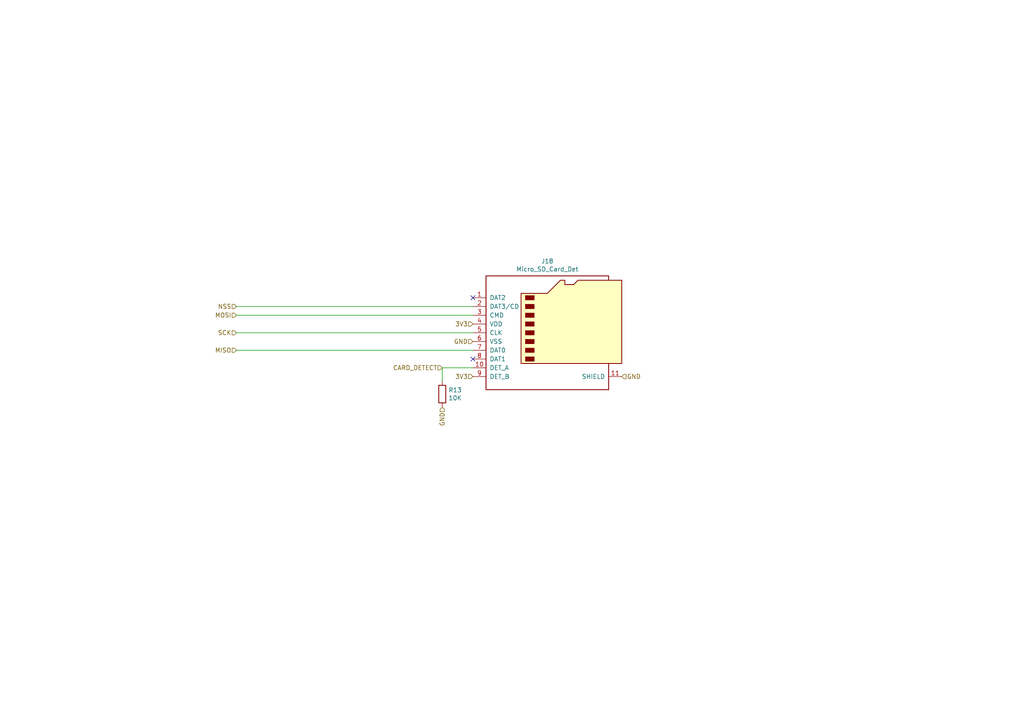
<source format=kicad_sch>
(kicad_sch (version 20230121) (generator eeschema)
  (paper "A4")
  (lib_symbols
    (symbol "Connector:Micro_SD_Card_Det" (pin_names (offset 1.016))
      (property "Reference" "J" (at -16.51 17.78 0))
      (property "Value" "Connector_Micro_SD_Card_Det" (at 16.51 17.78 0))
      (symbol "Micro_SD_Card_Det_0_1"
        (rectangle (start -7.62 -6.985) (end -5.08 -8.255) (fill (type outline)))
        (rectangle (start -7.62 -4.445) (end -5.08 -5.715) (fill (type outline)))
        (rectangle (start -7.62 -1.905) (end -5.08 -3.175) (fill (type outline)))
        (rectangle (start -7.62 0.635) (end -5.08 -0.635) (fill (type outline)))
        (rectangle (start -7.62 3.175) (end -5.08 1.905) (fill (type outline)))
        (rectangle (start -7.62 5.715) (end -5.08 4.445) (fill (type outline)))
        (rectangle (start -7.62 8.255) (end -5.08 6.985) (fill (type outline)))
        (rectangle (start -7.62 10.795) (end -5.08 9.525) (fill (type outline)))
        (polyline (pts (xy 16.51 15.24) (xy 16.51 16.51) (xy -19.05 16.51) (xy -19.05 -16.51) (xy 16.51 -16.51) (xy 16.51 -8.89)) (stroke (width 0.254)))
        (polyline (pts (xy -8.89 -8.89) (xy -8.89 11.43) (xy -1.27 11.43) (xy 2.54 15.24) (xy 3.81 15.24) (xy 3.81 13.97) (xy 6.35 13.97) (xy 7.62 15.24) (xy 20.32 15.24) (xy 20.32 -8.89) (xy -8.89 -8.89)) (stroke (width 0.254)) (fill (type background)))
      )
      (symbol "Micro_SD_Card_Det_1_1"
        (pin bidirectional line (at -22.86 10.16 0) (length 3.81) (name "DAT2") (number "1"))
        (pin passive line (at -22.86 -10.16 0) (length 3.81) (name "DET_A") (number "10"))
        (pin passive line (at 20.32 -12.7 180) (length 3.81) (name "SHIELD") (number "11"))
        (pin bidirectional line (at -22.86 7.62 0) (length 3.81) (name "DAT3/CD") (number "2"))
        (pin input line (at -22.86 5.08 0) (length 3.81) (name "CMD") (number "3"))
        (pin power_in line (at -22.86 2.54 0) (length 3.81) (name "VDD") (number "4"))
        (pin input line (at -22.86 0 0) (length 3.81) (name "CLK") (number "5"))
        (pin power_in line (at -22.86 -2.54 0) (length 3.81) (name "VSS") (number "6"))
        (pin bidirectional line (at -22.86 -5.08 0) (length 3.81) (name "DAT0") (number "7"))
        (pin bidirectional line (at -22.86 -7.62 0) (length 3.81) (name "DAT1") (number "8"))
        (pin passive line (at -22.86 -12.7 0) (length 3.81) (name "DET_B") (number "9"))
      )
    )
    (symbol "Device:R" (pin_numbers hide) (pin_names (offset 0))
      (property "Reference" "R" (at 2.032 0 90))
      (property "Value" "R" (at 0 0 90))
      (symbol "R_0_1"
        (rectangle (start -1.016 -2.54) (end 1.016 2.54) (stroke (width 0.254)))
      )
      (symbol "R_1_1"
        (pin passive line (at 0 3.81 270) (length 1.27) (name "~") (number "1"))
        (pin passive line (at 0 -3.81 90) (length 1.27) (name "~") (number "2"))
      )
    )
  )
  (no_connect (at 137.16 104.14))
  (no_connect (at 137.16 86.36))
  (wire (pts (xy 68.58 91.44) (xy 137.16 91.44)))
  (wire (pts (xy 68.58 96.52) (xy 137.16 96.52)))
  (wire (pts (xy 137.16 106.68) (xy 128.27 106.68)))
  (wire (pts (xy 68.58 88.9) (xy 137.16 88.9)))
  (wire (pts (xy 128.27 106.68) (xy 128.27 110.49)))
  (wire (pts (xy 68.58 101.6) (xy 137.16 101.6)))
  (hierarchical_label "GND" (shape input) (at 180.34 109.22 0))
  (hierarchical_label "MISO" (shape input) (at 68.58 101.6 180))
  (hierarchical_label "MOSI" (shape input) (at 68.58 91.44 180))
  (hierarchical_label "NSS" (shape input) (at 68.58 88.9 180))
  (hierarchical_label "GND" (shape input) (at 128.27 118.11 270))
  (hierarchical_label "SCK" (shape input) (at 68.58 96.52 180))
  (hierarchical_label "CARD_DETECT" (shape input) (at 128.27 106.68 180))
  (hierarchical_label "GND" (shape input) (at 137.16 99.06 180))
  (hierarchical_label "3V3" (shape input) (at 137.16 93.98 180))
  (hierarchical_label "3V3" (shape input) (at 137.16 109.22 180))
  (symbol (lib_id "Connector:Micro_SD_Card_Det") (at 160.02 96.52 0) (unit 1)
    (property "Reference" "J18" (at 158.75 75.7682 0))
    (property "Value" "Micro_SD_Card_Det" (at 158.75 78.0796 0))
    (property "Footprint" "Connector_Card:microSD_HC_Hirose_DM3AT-SF-PEJM5" (effects hide))
    (property "Datasheet" "https://www.hirose.com/product/en/download_file/key_name/DM3/category/Catalog/doc_file_id/49662/?file_category_id=4&item_id=195&is_series=1" (effects hide))
    (instances (project "AttitudeMotorController" (path "" (reference "J18") (unit 1)) (path "" (reference "J?") (unit 1))))
  )
  (symbol (lib_id "Device:R") (at 128.27 114.3 180) (unit 1)
    (property "Reference" "R13" (at 130.048 113.1316 0) (effects (justify right)))
    (property "Value" "10K" (at 130.048 115.443 0) (effects (justify right)))
    (property "Footprint" "Resistor_SMD:R_0603_1608Metric_Pad0.98x0.95mm_HandSolder" (effects hide))
  )
)
</source>
